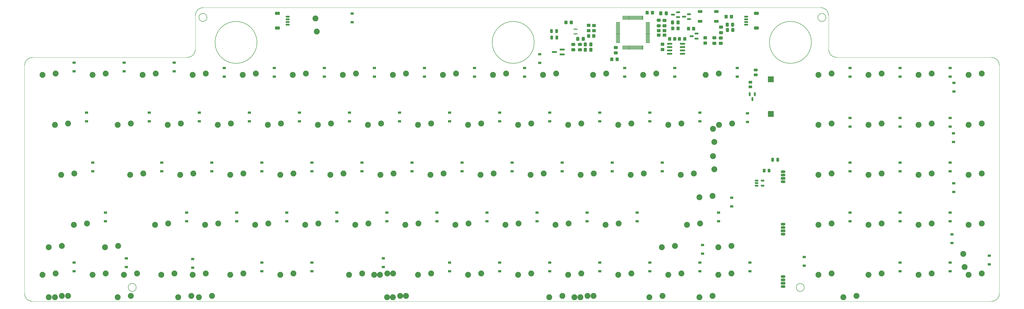
<source format=gbr>
%TF.GenerationSoftware,KiCad,Pcbnew,(6.99.0-5337-gc57e6db79a-dirty)*%
%TF.CreationDate,2023-01-28T12:02:04-05:00*%
%TF.ProjectId,m0116,6d303131-362e-46b6-9963-61645f706362,rev?*%
%TF.SameCoordinates,Original*%
%TF.FileFunction,Soldermask,Bot*%
%TF.FilePolarity,Negative*%
%FSLAX46Y46*%
G04 Gerber Fmt 4.6, Leading zero omitted, Abs format (unit mm)*
G04 Created by KiCad (PCBNEW (6.99.0-5337-gc57e6db79a-dirty)) date 2023-01-28 12:02:04*
%MOMM*%
%LPD*%
G01*
G04 APERTURE LIST*
G04 Aperture macros list*
%AMRoundRect*
0 Rectangle with rounded corners*
0 $1 Rounding radius*
0 $2 $3 $4 $5 $6 $7 $8 $9 X,Y pos of 4 corners*
0 Add a 4 corners polygon primitive as box body*
4,1,4,$2,$3,$4,$5,$6,$7,$8,$9,$2,$3,0*
0 Add four circle primitives for the rounded corners*
1,1,$1+$1,$2,$3*
1,1,$1+$1,$4,$5*
1,1,$1+$1,$6,$7*
1,1,$1+$1,$8,$9*
0 Add four rect primitives between the rounded corners*
20,1,$1+$1,$2,$3,$4,$5,0*
20,1,$1+$1,$4,$5,$6,$7,0*
20,1,$1+$1,$6,$7,$8,$9,0*
20,1,$1+$1,$8,$9,$2,$3,0*%
G04 Aperture macros list end*
%ADD10C,2.250000*%
%ADD11O,1.800000X1.070000*%
%ADD12R,1.800000X1.070000*%
%ADD13RoundRect,0.250000X0.475000X-0.337500X0.475000X0.337500X-0.475000X0.337500X-0.475000X-0.337500X0*%
%ADD14RoundRect,0.250000X0.337500X0.475000X-0.337500X0.475000X-0.337500X-0.475000X0.337500X-0.475000X0*%
%ADD15RoundRect,0.250000X-0.325000X-0.450000X0.325000X-0.450000X0.325000X0.450000X-0.325000X0.450000X0*%
%ADD16R,1.200000X0.900000*%
%ADD17RoundRect,0.250000X-0.250000X-0.475000X0.250000X-0.475000X0.250000X0.475000X-0.250000X0.475000X0*%
%ADD18RoundRect,0.250000X-0.337500X-0.475000X0.337500X-0.475000X0.337500X0.475000X-0.337500X0.475000X0*%
%ADD19R,1.800000X1.100000*%
%ADD20RoundRect,0.150000X-0.625000X0.150000X-0.625000X-0.150000X0.625000X-0.150000X0.625000X0.150000X0*%
%ADD21RoundRect,0.250000X-0.650000X0.350000X-0.650000X-0.350000X0.650000X-0.350000X0.650000X0.350000X0*%
%ADD22RoundRect,0.150000X0.587500X0.150000X-0.587500X0.150000X-0.587500X-0.150000X0.587500X-0.150000X0*%
%ADD23RoundRect,0.250000X-0.350000X-0.450000X0.350000X-0.450000X0.350000X0.450000X-0.350000X0.450000X0*%
%ADD24RoundRect,0.250000X0.250000X0.475000X-0.250000X0.475000X-0.250000X-0.475000X0.250000X-0.475000X0*%
%ADD25RoundRect,0.250000X-0.450000X0.350000X-0.450000X-0.350000X0.450000X-0.350000X0.450000X0.350000X0*%
%ADD26RoundRect,0.250000X0.450000X-0.350000X0.450000X0.350000X-0.450000X0.350000X-0.450000X-0.350000X0*%
%ADD27RoundRect,0.075000X0.700000X0.075000X-0.700000X0.075000X-0.700000X-0.075000X0.700000X-0.075000X0*%
%ADD28RoundRect,0.075000X0.075000X0.700000X-0.075000X0.700000X-0.075000X-0.700000X0.075000X-0.700000X0*%
%ADD29RoundRect,0.150000X-0.512500X-0.150000X0.512500X-0.150000X0.512500X0.150000X-0.512500X0.150000X0*%
%ADD30RoundRect,0.150000X0.825000X0.150000X-0.825000X0.150000X-0.825000X-0.150000X0.825000X-0.150000X0*%
%ADD31RoundRect,0.250000X-0.475000X0.337500X-0.475000X-0.337500X0.475000X-0.337500X0.475000X0.337500X0*%
%ADD32RoundRect,0.250000X0.475000X-0.250000X0.475000X0.250000X-0.475000X0.250000X-0.475000X-0.250000X0*%
%ADD33RoundRect,0.250000X0.350000X0.450000X-0.350000X0.450000X-0.350000X-0.450000X0.350000X-0.450000X0*%
%ADD34R,1.400000X1.200000*%
%ADD35RoundRect,0.250000X0.450000X-0.262500X0.450000X0.262500X-0.450000X0.262500X-0.450000X-0.262500X0*%
%ADD36R,2.200000X2.200000*%
%ADD37R,1.900000X0.800000*%
%ADD38RoundRect,0.150000X0.625000X-0.150000X0.625000X0.150000X-0.625000X0.150000X-0.625000X-0.150000X0*%
%ADD39RoundRect,0.250000X0.650000X-0.350000X0.650000X0.350000X-0.650000X0.350000X-0.650000X-0.350000X0*%
%ADD40RoundRect,0.150000X-0.150000X0.587500X-0.150000X-0.587500X0.150000X-0.587500X0.150000X0.587500X0*%
%ADD41R,0.375000X0.500000*%
%ADD42R,0.300000X0.650000*%
%ADD43RoundRect,0.250000X0.262500X0.450000X-0.262500X0.450000X-0.262500X-0.450000X0.262500X-0.450000X0*%
%TA.AperFunction,Profile*%
%ADD44C,0.150000*%
%TD*%
%TA.AperFunction,Profile*%
%ADD45C,0.050000*%
%TD*%
%TA.AperFunction,Profile*%
%ADD46C,0.200000*%
%TD*%
G04 APERTURE END LIST*
D10*
%TO.C,SW_SP2_5*%
X139250000Y-120865000D03*
X144250000Y-120365000D03*
%TD*%
%TO.C,SW_LALT_4*%
X67500000Y-128865000D03*
X62500000Y-129365000D03*
%TD*%
D11*
%TO.C,LED1*%
X292689999Y-122804999D03*
X292689999Y-125344999D03*
D12*
X292689999Y-124074999D03*
D11*
X292689999Y-121534999D03*
%TD*%
%TO.C,LED2*%
X292689999Y-102804999D03*
X292689999Y-105344999D03*
D12*
X292689999Y-104074999D03*
D11*
X292689999Y-101534999D03*
%TD*%
%TO.C,LED3*%
X292689999Y-82804999D03*
X292689999Y-85344999D03*
D12*
X292689999Y-84074999D03*
D11*
X292689999Y-81534999D03*
%TD*%
D10*
%TO.C,SW_LGUI_1*%
X56063750Y-120865000D03*
X61063750Y-120365000D03*
%TD*%
%TO.C,SW_L_1*%
X196557500Y-82765000D03*
X201557500Y-82265000D03*
%TD*%
%TO.C,SW_TAB_1*%
X15582500Y-63715000D03*
X20582500Y-63215000D03*
%TD*%
%TO.C,SW_KPMINUS_1*%
X363245000Y-82765000D03*
X368245000Y-82265000D03*
%TD*%
%TO.C,SW_KP7_1*%
X306095000Y-63715000D03*
X311095000Y-63215000D03*
%TD*%
%TO.C,SW_RALT_1*%
X172745000Y-120865000D03*
X177745000Y-120365000D03*
%TD*%
%TO.C,SW_UPX_2*%
X272995000Y-109815000D03*
X267995000Y-110315000D03*
%TD*%
%TO.C,SW_SP2_2*%
X149170000Y-128865000D03*
X144170000Y-129365000D03*
%TD*%
%TO.C,SW_9_1*%
X182270000Y-44665000D03*
X187270000Y-44165000D03*
%TD*%
%TO.C,SW_SP2_3*%
X137026250Y-120865000D03*
X142026250Y-120365000D03*
%TD*%
%TO.C,SW_KP4_1*%
X306095000Y-82765000D03*
X311095000Y-82265000D03*
%TD*%
%TO.C,SW_BACKSL_2*%
X268250000Y-63715000D03*
X273250000Y-63215000D03*
%TD*%
%TO.C,SW_1_1*%
X29870000Y-44665000D03*
X34870000Y-44165000D03*
%TD*%
%TO.C,SW_EQ_1*%
X239420000Y-44665000D03*
X244420000Y-44165000D03*
%TD*%
%TO.C,SW_BACKSL_1*%
X266495000Y-70215000D03*
X265995000Y-65215000D03*
%TD*%
%TO.C,SW_POW_1*%
X115220000Y-28165000D03*
X114720000Y-23165000D03*
%TD*%
%TO.C,SW_ENTER_2*%
X266495000Y-80615000D03*
X265995000Y-75615000D03*
%TD*%
%TO.C,SW_LCTRL_3*%
X18201250Y-128865000D03*
X13201250Y-129365000D03*
%TD*%
%TO.C,SW_KPPLUS_1*%
X363245000Y-63715000D03*
X368245000Y-63215000D03*
%TD*%
%TO.C,SW_Y_1*%
X134645000Y-63715000D03*
X139645000Y-63215000D03*
%TD*%
%TO.C,SW_F_1*%
X101307500Y-82765000D03*
X106307500Y-82265000D03*
%TD*%
%TO.C,SW_V_1*%
X110832500Y-101815000D03*
X115832500Y-101315000D03*
%TD*%
%TO.C,SW_X_1*%
X72732500Y-101815000D03*
X77732500Y-101315000D03*
%TD*%
%TO.C,SW_B_1*%
X129882500Y-101815000D03*
X134882500Y-101315000D03*
%TD*%
%TO.C,SW_KP2_1*%
X325145000Y-101815000D03*
X330145000Y-101315000D03*
%TD*%
%TO.C,SW_2_1*%
X48920000Y-44665000D03*
X53920000Y-44165000D03*
%TD*%
%TO.C,SW_COMMA_1*%
X187032500Y-101815000D03*
X192032500Y-101315000D03*
%TD*%
%TO.C,SW_KPENT_2*%
X361745000Y-117840000D03*
X361245000Y-112840000D03*
%TD*%
%TO.C,SW_E_1*%
X77495000Y-63715000D03*
X82495000Y-63215000D03*
%TD*%
%TO.C,SW_ENTER_3*%
X253707500Y-82765000D03*
X258707500Y-82265000D03*
%TD*%
%TO.C,SW_U_1*%
X153695000Y-63715000D03*
X158695000Y-63215000D03*
%TD*%
%TO.C,SW_J_1*%
X158457500Y-82765000D03*
X163457500Y-82265000D03*
%TD*%
%TO.C,SW_APOS_1*%
X234657500Y-82765000D03*
X239657500Y-82265000D03*
%TD*%
%TO.C,SW_LALT_3*%
X75351250Y-128865000D03*
X70351250Y-129365000D03*
%TD*%
%TO.C,SW_M_1*%
X167982500Y-101815000D03*
X172982500Y-101315000D03*
%TD*%
%TO.C,SW_SP2_4*%
X147000000Y-128865000D03*
X142000000Y-129365000D03*
%TD*%
%TO.C,SW_W_1*%
X58445000Y-63715000D03*
X63445000Y-63215000D03*
%TD*%
%TO.C,SW_CCTRL_1*%
X17963750Y-82765000D03*
X22963750Y-82265000D03*
%TD*%
%TO.C,SW_5_1*%
X106070000Y-44665000D03*
X111070000Y-44165000D03*
%TD*%
%TO.C,SW_LCTRL_2*%
X29870000Y-120865000D03*
X34870000Y-120365000D03*
%TD*%
%TO.C,SW_LALT_1*%
X82257500Y-120865000D03*
X87257500Y-120365000D03*
%TD*%
%TO.C,SW_RGUI_1*%
X191795000Y-120865000D03*
X196795000Y-120365000D03*
%TD*%
%TO.C,SW_RSUP1_1*%
X229895000Y-120865000D03*
X234895000Y-120365000D03*
%TD*%
%TO.C,SW_S_1*%
X63207500Y-82765000D03*
X68207500Y-82265000D03*
%TD*%
%TO.C,SW_RALT_4*%
X220500000Y-128865000D03*
X215500000Y-129365000D03*
%TD*%
%TO.C,SW_LSH_1*%
X22726250Y-101815000D03*
X27726250Y-101315000D03*
%TD*%
%TO.C,SW_R_1*%
X96545000Y-63715000D03*
X101545000Y-63215000D03*
%TD*%
%TO.C,SW_D_1*%
X82257500Y-82765000D03*
X87257500Y-82265000D03*
%TD*%
%TO.C,SW_P_1*%
X210845000Y-63715000D03*
X215845000Y-63215000D03*
%TD*%
%TO.C,SW_C_1*%
X91782500Y-101815000D03*
X96782500Y-101315000D03*
%TD*%
%TO.C,SW_O_1*%
X191795000Y-63715000D03*
X196795000Y-63215000D03*
%TD*%
%TO.C,SW_RSH_2*%
X251563750Y-109815000D03*
X246563750Y-110315000D03*
%TD*%
%TO.C,SW_RALT_2*%
X218226250Y-128865000D03*
X213226250Y-129365000D03*
%TD*%
%TO.C,SW_ESC_1*%
X10820000Y-44665000D03*
X15820000Y-44165000D03*
%TD*%
%TO.C,SW_0_1*%
X201320000Y-44665000D03*
X206320000Y-44165000D03*
%TD*%
%TO.C,SW_LALT_2*%
X67970000Y-120865000D03*
X72970000Y-120365000D03*
%TD*%
%TO.C,SW_KPEQ_1*%
X325145000Y-44665000D03*
X330145000Y-44165000D03*
%TD*%
%TO.C,SW_BS_1*%
X263232500Y-44665000D03*
X268232500Y-44165000D03*
%TD*%
%TO.C,SW_KP9_1*%
X344195000Y-63715000D03*
X349195000Y-63215000D03*
%TD*%
%TO.C,SW_K_1*%
X177507500Y-82765000D03*
X182507500Y-82265000D03*
%TD*%
%TO.C,SW_Q_1*%
X39395000Y-63715000D03*
X44395000Y-63215000D03*
%TD*%
%TO.C,SW_LSH_2*%
X18201250Y-109815000D03*
X13201250Y-110315000D03*
%TD*%
%TO.C,SW_LBRC_1*%
X229895000Y-63715000D03*
X234895000Y-63215000D03*
%TD*%
%TO.C,SW_MINUS_1*%
X220370000Y-44665000D03*
X225370000Y-44165000D03*
%TD*%
%TO.C,SW_RSUP3_1*%
X267995000Y-120865000D03*
X272995000Y-120365000D03*
%TD*%
%TO.C,SW_KPPER_1*%
X344195000Y-120865000D03*
X349195000Y-120365000D03*
%TD*%
%TO.C,SW_Z_1*%
X53682500Y-101815000D03*
X58682500Y-101315000D03*
%TD*%
%TO.C,SW_RALT_3*%
X208701250Y-128865000D03*
X203701250Y-129365000D03*
%TD*%
%TO.C,SW_A_1*%
X44157500Y-82765000D03*
X49157500Y-82265000D03*
%TD*%
%TO.C,SW_KPENTX_1*%
X363245000Y-101815000D03*
X368245000Y-101315000D03*
%TD*%
%TO.C,SW_KPMULT_1*%
X363245000Y-44665000D03*
X368245000Y-44165000D03*
%TD*%
%TO.C,SW_KP5_1*%
X325145000Y-82765000D03*
X330145000Y-82265000D03*
%TD*%
%TO.C,SW_LCTRL_1*%
X20582500Y-128865000D03*
X15582500Y-129365000D03*
%TD*%
%TO.C,SW_RGUI_2*%
X246801250Y-128865000D03*
X241801250Y-129365000D03*
%TD*%
%TO.C,SW_KP1_1*%
X306095000Y-101815000D03*
X311095000Y-101315000D03*
%TD*%
%TO.C,SW_LGUI_2*%
X41776250Y-120865000D03*
X46776250Y-120365000D03*
%TD*%
%TO.C,SW_ENTER_1*%
X265851250Y-90765000D03*
X260851250Y-91265000D03*
%TD*%
%TO.C,SW_KPDIV_1*%
X344195000Y-44665000D03*
X349195000Y-44165000D03*
%TD*%
%TO.C,SW_H_1*%
X139407500Y-82765000D03*
X144407500Y-82265000D03*
%TD*%
%TO.C,SW_8_1*%
X163220000Y-44665000D03*
X168220000Y-44165000D03*
%TD*%
%TO.C,SW_T_1*%
X115595000Y-63715000D03*
X120595000Y-63215000D03*
%TD*%
%TO.C,SW_N_1*%
X148932500Y-101815000D03*
X153932500Y-101315000D03*
%TD*%
%TO.C,SW_RBRC_1*%
X248945000Y-63715000D03*
X253945000Y-63215000D03*
%TD*%
%TO.C,SW_CAPS_2*%
X39632500Y-109815000D03*
X34632500Y-110315000D03*
%TD*%
%TO.C,SW_KP0_1*%
X306095000Y-120865000D03*
X311095000Y-120365000D03*
%TD*%
%TO.C,SW_KP3_1*%
X344195000Y-101815000D03*
X349195000Y-101315000D03*
%TD*%
%TO.C,SW_SP3_1*%
X153695000Y-120865000D03*
X158695000Y-120365000D03*
%TD*%
%TO.C,SW_SP1_1*%
X101307500Y-120865000D03*
X106307500Y-120365000D03*
%TD*%
%TO.C,SW_4_1*%
X87020000Y-44665000D03*
X92020000Y-44165000D03*
%TD*%
%TO.C,SW_7_1*%
X144170000Y-44665000D03*
X149170000Y-44165000D03*
%TD*%
%TO.C,SW_RCTRL_2*%
X265851250Y-128865000D03*
X260851250Y-129365000D03*
%TD*%
%TO.C,SW_SLASH_1*%
X225132500Y-101815000D03*
X230132500Y-101315000D03*
%TD*%
%TO.C,SW_6_1*%
X125120000Y-44665000D03*
X130120000Y-44165000D03*
%TD*%
%TO.C,SW_CAPS_1*%
X10820000Y-120865000D03*
X15820000Y-120365000D03*
%TD*%
%TO.C,SW_RSUP2_1*%
X248945000Y-120865000D03*
X253945000Y-120365000D03*
%TD*%
%TO.C,SW_3_1*%
X67970000Y-44665000D03*
X72970000Y-44165000D03*
%TD*%
%TO.C,SW_KPENT_1*%
X363245000Y-120865000D03*
X368245000Y-120365000D03*
%TD*%
%TO.C,SW_KP0_2*%
X320620000Y-128865000D03*
X315620000Y-129365000D03*
%TD*%
%TO.C,SW_KP0X_1*%
X325145000Y-120865000D03*
X330145000Y-120365000D03*
%TD*%
%TO.C,SW_PER_1*%
X206082500Y-101815000D03*
X211082500Y-101315000D03*
%TD*%
%TO.C,SW_SP2_1*%
X127501250Y-120865000D03*
X132501250Y-120365000D03*
%TD*%
%TO.C,SW_KPCLR_1*%
X306095000Y-44665000D03*
X311095000Y-44165000D03*
%TD*%
%TO.C,SW_COLON_1*%
X215607500Y-82765000D03*
X220607500Y-82265000D03*
%TD*%
%TO.C,SW_RCTRL_1*%
X210845000Y-120865000D03*
X215845000Y-120365000D03*
%TD*%
%TO.C,SW_G_1*%
X120357500Y-82765000D03*
X125357500Y-82265000D03*
%TD*%
%TO.C,SW_I_1*%
X172745000Y-63715000D03*
X177745000Y-63215000D03*
%TD*%
%TO.C,SW_KP6_1*%
X344195000Y-82765000D03*
X349195000Y-82265000D03*
%TD*%
%TO.C,SW_LGUI_3*%
X44395000Y-128865000D03*
X39395000Y-129365000D03*
%TD*%
%TO.C,SW_KP8_1*%
X325145000Y-63715000D03*
X330145000Y-63215000D03*
%TD*%
%TO.C,SW_RSH_1*%
X256088750Y-101815000D03*
X261088750Y-101315000D03*
%TD*%
D13*
%TO.C,C8*%
X269071751Y-28537500D03*
X269071751Y-26462500D03*
%TD*%
D14*
%TO.C,C10*%
X219495000Y-35110000D03*
X217420000Y-35110000D03*
%TD*%
D15*
%TO.C,FB1*%
X210036751Y-24687500D03*
X212086751Y-24687500D03*
%TD*%
D16*
%TO.C,D32*%
X275257499Y-42014999D03*
X275257499Y-45314999D03*
%TD*%
%TO.C,D61*%
X94282499Y-78114999D03*
X94282499Y-81414999D03*
%TD*%
%TO.C,D104*%
X22844999Y-116214999D03*
X22844999Y-119514999D03*
%TD*%
%TO.C,D6*%
X165719999Y-116214999D03*
X165719999Y-119514999D03*
%TD*%
D17*
%TO.C,C16*%
X288715000Y-76990000D03*
X290615000Y-76990000D03*
%TD*%
D18*
%TO.C,C14*%
X271411751Y-25522500D03*
X273486751Y-25522500D03*
%TD*%
D16*
%TO.C,D99*%
X140499999Y-114599999D03*
X140499999Y-117899999D03*
%TD*%
D19*
%TO.C,SW1*%
X261051750Y-24227499D03*
X267251750Y-20527499D03*
X261051750Y-20527499D03*
X267251750Y-24227499D03*
%TD*%
D20*
%TO.C,J3*%
X278625000Y-22500000D03*
X278625000Y-23500000D03*
X278625000Y-24500000D03*
X278625000Y-25500000D03*
D21*
X282500000Y-21200000D03*
X282500000Y-26800000D03*
%TD*%
D22*
%TO.C,Q3*%
X252671751Y-20737500D03*
X252671751Y-22637500D03*
X250796751Y-21687500D03*
%TD*%
D23*
%TO.C,R16*%
X218651751Y-29797500D03*
X220651751Y-29797500D03*
%TD*%
D16*
%TO.C,D105*%
X141907499Y-97164999D03*
X141907499Y-100464999D03*
%TD*%
%TO.C,D70*%
X273099999Y-91499999D03*
X273099999Y-94799999D03*
%TD*%
%TO.C,D48*%
X203819999Y-59064999D03*
X203819999Y-62364999D03*
%TD*%
D24*
%TO.C,C18*%
X206550000Y-30450000D03*
X204650000Y-30450000D03*
%TD*%
D16*
%TO.C,D74*%
X356219999Y-97164999D03*
X356219999Y-100464999D03*
%TD*%
%TO.C,D93*%
X371199999Y-113519999D03*
X371199999Y-116819999D03*
%TD*%
%TO.C,D75*%
X356939999Y-105419999D03*
X356939999Y-108719999D03*
%TD*%
D22*
%TO.C,Q1*%
X256861751Y-21487500D03*
X256861751Y-23387500D03*
X254986751Y-22437500D03*
%TD*%
D16*
%TO.C,D20*%
X41894999Y-40014999D03*
X41894999Y-43314999D03*
%TD*%
%TO.C,D87*%
X237157499Y-97164999D03*
X237157499Y-100464999D03*
%TD*%
D14*
%TO.C,C19*%
X248211751Y-21172500D03*
X246136751Y-21172500D03*
%TD*%
D16*
%TO.C,D40*%
X51419999Y-59064999D03*
X51419999Y-62364999D03*
%TD*%
%TO.C,D63*%
X132382499Y-78114999D03*
X132382499Y-81414999D03*
%TD*%
%TO.C,D28*%
X194294999Y-42014999D03*
X194294999Y-45314999D03*
%TD*%
%TO.C,D25*%
X137144999Y-42014999D03*
X137144999Y-45314999D03*
%TD*%
%TO.C,D96*%
X42749999Y-114599999D03*
X42749999Y-117899999D03*
%TD*%
%TO.C,D29*%
X200029999Y-36799999D03*
X200029999Y-40099999D03*
%TD*%
D23*
%TO.C,R9*%
X256661751Y-27022500D03*
X258661751Y-27022500D03*
%TD*%
D16*
%TO.C,D80*%
X103807499Y-97164999D03*
X103807499Y-100464999D03*
%TD*%
%TO.C,D43*%
X108569999Y-59064999D03*
X108569999Y-62364999D03*
%TD*%
%TO.C,D52*%
X318119999Y-61064999D03*
X318119999Y-64364999D03*
%TD*%
%TO.C,D65*%
X170482499Y-78114999D03*
X170482499Y-81414999D03*
%TD*%
%TO.C,D73*%
X337169999Y-78114999D03*
X337169999Y-81414999D03*
%TD*%
%TO.C,D12*%
X279149999Y-59289999D03*
X279149999Y-62589999D03*
%TD*%
%TO.C,D89*%
X261999999Y-109499999D03*
X261999999Y-112799999D03*
%TD*%
%TO.C,D35*%
X356219999Y-42014999D03*
X356219999Y-45314999D03*
%TD*%
D13*
%TO.C,C22*%
X229000000Y-36287500D03*
X229000000Y-34212500D03*
%TD*%
D16*
%TO.C,D60*%
X75232499Y-78114999D03*
X75232499Y-81414999D03*
%TD*%
%TO.C,D59*%
X56182499Y-78114999D03*
X56182499Y-81414999D03*
%TD*%
%TO.C,D102*%
X260969999Y-116214999D03*
X260969999Y-119514999D03*
%TD*%
D25*
%TO.C,R2*%
X263072500Y-30507500D03*
X263072500Y-32507500D03*
%TD*%
D22*
%TO.C,Q2*%
X259711751Y-28922500D03*
X259711751Y-30822500D03*
X257836751Y-29872500D03*
%TD*%
D13*
%TO.C,C23*%
X245311751Y-25915000D03*
X245311751Y-23840000D03*
%TD*%
D16*
%TO.C,D100*%
X203819999Y-116214999D03*
X203819999Y-119514999D03*
%TD*%
D23*
%TO.C,R17*%
X227500000Y-38750000D03*
X229500000Y-38750000D03*
%TD*%
D16*
%TO.C,D19*%
X22844999Y-40014999D03*
X22844999Y-43314999D03*
%TD*%
%TO.C,D42*%
X89519999Y-59064999D03*
X89519999Y-62364999D03*
%TD*%
D13*
%TO.C,C15*%
X268942500Y-32640000D03*
X268942500Y-30565000D03*
%TD*%
D26*
%TO.C,R14*%
X218661751Y-27797500D03*
X218661751Y-25797500D03*
%TD*%
D16*
%TO.C,D97*%
X67999999Y-114849999D03*
X67999999Y-118149999D03*
%TD*%
%TO.C,D8*%
X222869999Y-116214999D03*
X222869999Y-119514999D03*
%TD*%
D27*
%TO.C,U3*%
X241211751Y-24772500D03*
X241211751Y-25272500D03*
X241211751Y-25772500D03*
X241211751Y-26272500D03*
X241211751Y-26772500D03*
X241211751Y-27272500D03*
X241211751Y-27772500D03*
X241211751Y-28272500D03*
X241211751Y-28772500D03*
X241211751Y-29272500D03*
X241211751Y-29772500D03*
X241211751Y-30272500D03*
X241211751Y-30772500D03*
X241211751Y-31272500D03*
X241211751Y-31772500D03*
X241211751Y-32272500D03*
D28*
X239286751Y-34197500D03*
X238786751Y-34197500D03*
X238286751Y-34197500D03*
X237786751Y-34197500D03*
X237286751Y-34197500D03*
X236786751Y-34197500D03*
X236286751Y-34197500D03*
X235786751Y-34197500D03*
X235286751Y-34197500D03*
X234786751Y-34197500D03*
X234286751Y-34197500D03*
X233786751Y-34197500D03*
X233286751Y-34197500D03*
X232786751Y-34197500D03*
X232286751Y-34197500D03*
X231786751Y-34197500D03*
D27*
X229861751Y-32272500D03*
X229861751Y-31772500D03*
X229861751Y-31272500D03*
X229861751Y-30772500D03*
X229861751Y-30272500D03*
X229861751Y-29772500D03*
X229861751Y-29272500D03*
X229861751Y-28772500D03*
X229861751Y-28272500D03*
X229861751Y-27772500D03*
X229861751Y-27272500D03*
X229861751Y-26772500D03*
X229861751Y-26272500D03*
X229861751Y-25772500D03*
X229861751Y-25272500D03*
X229861751Y-24772500D03*
D28*
X231786751Y-22847500D03*
X232286751Y-22847500D03*
X232786751Y-22847500D03*
X233286751Y-22847500D03*
X233786751Y-22847500D03*
X234286751Y-22847500D03*
X234786751Y-22847500D03*
X235286751Y-22847500D03*
X235786751Y-22847500D03*
X236286751Y-22847500D03*
X236786751Y-22847500D03*
X237286751Y-22847500D03*
X237786751Y-22847500D03*
X238286751Y-22847500D03*
X238786751Y-22847500D03*
X239286751Y-22847500D03*
%TD*%
D16*
%TO.C,D84*%
X180007499Y-97164999D03*
X180007499Y-100464999D03*
%TD*%
%TO.C,D81*%
X122857499Y-97164999D03*
X122857499Y-100464999D03*
%TD*%
%TO.C,D106*%
X280019999Y-116214999D03*
X280019999Y-119514999D03*
%TD*%
%TO.C,D27*%
X175244999Y-42014999D03*
X175244999Y-45314999D03*
%TD*%
D23*
%TO.C,R11*%
X249450000Y-30897500D03*
X251450000Y-30897500D03*
%TD*%
D13*
%TO.C,C1*%
X266542500Y-32602500D03*
X266542500Y-30527500D03*
%TD*%
D16*
%TO.C,D53*%
X356219999Y-61064999D03*
X356219999Y-64364999D03*
%TD*%
%TO.C,D82*%
X128649999Y-21279999D03*
X128649999Y-24579999D03*
%TD*%
%TO.C,D57*%
X29988749Y-78114999D03*
X29988749Y-81414999D03*
%TD*%
D29*
%TO.C,U2*%
X282615000Y-86850000D03*
X282615000Y-85900000D03*
X282615000Y-84950000D03*
X284890000Y-84950000D03*
X284890000Y-86850000D03*
%TD*%
D30*
%TO.C,U4*%
X254400000Y-32757500D03*
X254400000Y-34027500D03*
X254400000Y-35297500D03*
X254400000Y-36567500D03*
X249450000Y-36567500D03*
X249450000Y-35297500D03*
X249450000Y-34027500D03*
X249450000Y-32757500D03*
%TD*%
D16*
%TO.C,D16*%
X357659999Y-47659999D03*
X357659999Y-50959999D03*
%TD*%
D25*
%TO.C,R10*%
X246750000Y-32975000D03*
X246750000Y-34975000D03*
%TD*%
D16*
%TO.C,D45*%
X146669999Y-59064999D03*
X146669999Y-62364999D03*
%TD*%
%TO.C,D54*%
X356219999Y-78114999D03*
X356219999Y-81414999D03*
%TD*%
%TO.C,D49*%
X222869999Y-59064999D03*
X222869999Y-62364999D03*
%TD*%
D31*
%TO.C,C12*%
X212841751Y-33012500D03*
X212841751Y-35087500D03*
%TD*%
D16*
%TO.C,D86*%
X218107499Y-97164999D03*
X218107499Y-100464999D03*
%TD*%
%TO.C,D72*%
X318119999Y-78114999D03*
X318119999Y-81414999D03*
%TD*%
D14*
%TO.C,C11*%
X219487500Y-33040000D03*
X217412500Y-33040000D03*
%TD*%
D16*
%TO.C,D41*%
X70469999Y-59064999D03*
X70469999Y-62364999D03*
%TD*%
%TO.C,D85*%
X199057499Y-97164999D03*
X199057499Y-100464999D03*
%TD*%
%TO.C,D46*%
X165719999Y-59064999D03*
X165719999Y-62364999D03*
%TD*%
D26*
%TO.C,R12*%
X220686751Y-27822500D03*
X220686751Y-25822500D03*
%TD*%
D16*
%TO.C,D68*%
X227632499Y-78114999D03*
X227632499Y-81414999D03*
%TD*%
D23*
%TO.C,R5*%
X240961751Y-20972500D03*
X242961751Y-20972500D03*
%TD*%
D16*
%TO.C,D103*%
X337169999Y-116214999D03*
X337169999Y-119514999D03*
%TD*%
%TO.C,D33*%
X318119999Y-42014999D03*
X318119999Y-45314999D03*
%TD*%
D13*
%TO.C,C24*%
X247531751Y-25932500D03*
X247531751Y-23857500D03*
%TD*%
D16*
%TO.C,D2*%
X113332499Y-116214999D03*
X113332499Y-119514999D03*
%TD*%
%TO.C,D109*%
X337169999Y-61064999D03*
X337169999Y-64364999D03*
%TD*%
%TO.C,D91*%
X318119999Y-97164999D03*
X318119999Y-100464999D03*
%TD*%
D18*
%TO.C,C3*%
X214534251Y-30905000D03*
X216609251Y-30905000D03*
%TD*%
D16*
%TO.C,D51*%
X260969999Y-59064999D03*
X260969999Y-62364999D03*
%TD*%
%TO.C,D55*%
X357589999Y-85999999D03*
X357589999Y-89299999D03*
%TD*%
D32*
%TO.C,C21*%
X282300000Y-44650000D03*
X282300000Y-42750000D03*
%TD*%
D16*
%TO.C,D31*%
X251444999Y-42014999D03*
X251444999Y-45314999D03*
%TD*%
%TO.C,D66*%
X189532499Y-78114999D03*
X189532499Y-81414999D03*
%TD*%
D33*
%TO.C,R8*%
X255250000Y-30897500D03*
X253250000Y-30897500D03*
%TD*%
D34*
%TO.C,Y1*%
X245311750Y-27787499D03*
X247511750Y-27787499D03*
X247511750Y-29487499D03*
X245311750Y-29487499D03*
%TD*%
D23*
%TO.C,R15*%
X271000000Y-22500000D03*
X273000000Y-22500000D03*
%TD*%
D24*
%TO.C,C17*%
X206450000Y-28000000D03*
X204550000Y-28000000D03*
%TD*%
D16*
%TO.C,D92*%
X337169999Y-97164999D03*
X337169999Y-100464999D03*
%TD*%
%TO.C,D79*%
X84757499Y-97164999D03*
X84757499Y-100464999D03*
%TD*%
%TO.C,D67*%
X208582499Y-78114999D03*
X208582499Y-81414999D03*
%TD*%
D35*
%TO.C,R4*%
X280250000Y-49250000D03*
X280250000Y-47425000D03*
%TD*%
D16*
%TO.C,D50*%
X241919999Y-59064999D03*
X241919999Y-62364999D03*
%TD*%
%TO.C,D7*%
X184769999Y-116214999D03*
X184769999Y-119514999D03*
%TD*%
D36*
%TO.C,BUZ1*%
X287999999Y-46299999D03*
X287999999Y-59499999D03*
%TD*%
D16*
%TO.C,D98*%
X94282499Y-116214999D03*
X94282499Y-119514999D03*
%TD*%
D37*
%TO.C,U1*%
X208611750Y-34977499D03*
X208611750Y-36877499D03*
X205611750Y-35927499D03*
%TD*%
D16*
%TO.C,D23*%
X99044999Y-42014999D03*
X99044999Y-45314999D03*
%TD*%
%TO.C,D34*%
X337169999Y-42014999D03*
X337169999Y-45314999D03*
%TD*%
%TO.C,D107*%
X300749999Y-114099999D03*
X300749999Y-117399999D03*
%TD*%
%TO.C,D101*%
X241919999Y-116214999D03*
X241919999Y-119514999D03*
%TD*%
D18*
%TO.C,C13*%
X271474251Y-27572500D03*
X273549251Y-27572500D03*
%TD*%
D16*
%TO.C,D1*%
X34751249Y-97164999D03*
X34751249Y-100464999D03*
%TD*%
D38*
%TO.C,J2*%
X104125000Y-25500000D03*
X104125000Y-24500000D03*
X104125000Y-23500000D03*
X104125000Y-22500000D03*
D39*
X100250000Y-26800000D03*
X100250000Y-21200000D03*
%TD*%
D40*
%TO.C,Q4*%
X280000000Y-52000000D03*
X281900000Y-52000000D03*
X280950000Y-53875000D03*
%TD*%
D16*
%TO.C,D36*%
X357559999Y-66929999D03*
X357559999Y-70229999D03*
%TD*%
%TO.C,D30*%
X232394999Y-42014999D03*
X232394999Y-45314999D03*
%TD*%
%TO.C,D26*%
X156194999Y-42014999D03*
X156194999Y-45314999D03*
%TD*%
%TO.C,D108*%
X356219999Y-116214999D03*
X356219999Y-119514999D03*
%TD*%
%TO.C,D24*%
X118094999Y-42014999D03*
X118094999Y-45314999D03*
%TD*%
%TO.C,D22*%
X79994999Y-42014999D03*
X79994999Y-45314999D03*
%TD*%
%TO.C,D83*%
X160957499Y-97164999D03*
X160957499Y-100464999D03*
%TD*%
%TO.C,D47*%
X184769999Y-59064999D03*
X184769999Y-62364999D03*
%TD*%
%TO.C,D78*%
X65707499Y-97164999D03*
X65707499Y-100464999D03*
%TD*%
%TO.C,D69*%
X246682499Y-78114999D03*
X246682499Y-81414999D03*
%TD*%
%TO.C,D44*%
X127619999Y-59064999D03*
X127619999Y-62364999D03*
%TD*%
%TO.C,D39*%
X27607499Y-59064999D03*
X27607499Y-62364999D03*
%TD*%
%TO.C,D21*%
X60944999Y-40014999D03*
X60944999Y-43314999D03*
%TD*%
%TO.C,D62*%
X113332499Y-78114999D03*
X113332499Y-81414999D03*
%TD*%
D14*
%TO.C,C20*%
X252701751Y-24667500D03*
X250626751Y-24667500D03*
%TD*%
D23*
%TO.C,R3*%
X250676751Y-26907500D03*
X252676751Y-26907500D03*
%TD*%
D41*
%TO.C,U5*%
X214224250Y-29004999D03*
D42*
X213686750Y-29079999D03*
D41*
X213149250Y-29004999D03*
X213149250Y-27304999D03*
D42*
X213686750Y-27229999D03*
D41*
X214224250Y-27304999D03*
%TD*%
D43*
%TO.C,R6*%
X287327500Y-81140000D03*
X285502500Y-81140000D03*
%TD*%
D31*
%TO.C,C2*%
X215371751Y-33007500D03*
X215371751Y-35082500D03*
%TD*%
D16*
%TO.C,D64*%
X151432499Y-78114999D03*
X151432499Y-81414999D03*
%TD*%
%TO.C,D88*%
X268113749Y-97164999D03*
X268113749Y-100464999D03*
%TD*%
D44*
X372000000Y-131000000D02*
G75*
G03*
X375000000Y-128000000I0J3000000D01*
G01*
X4000000Y-128000000D02*
G75*
G03*
X7000000Y-131000000I3000000J0D01*
G01*
D45*
X7000000Y-131000000D02*
X372000000Y-131000000D01*
X375000000Y-128000000D02*
X375000000Y-41000000D01*
X4000000Y-41000000D02*
X4000000Y-128000000D01*
X307000000Y-19000000D02*
X72000000Y-19000000D01*
D46*
X303470000Y-32265000D02*
G75*
G03*
X303470000Y-32265000I-8000000J0D01*
G01*
X73394000Y-22755000D02*
G75*
G03*
X73394000Y-22755000I-1524000J0D01*
G01*
X308969000Y-22765000D02*
G75*
G03*
X308969000Y-22765000I-1524000J0D01*
G01*
D45*
X69000000Y-22000000D02*
X69000000Y-35000000D01*
D44*
X72000000Y-19000000D02*
G75*
G03*
X69000000Y-22000000I0J-3000000D01*
G01*
D45*
X372000000Y-38000000D02*
X313000000Y-38000000D01*
D46*
X46494000Y-125665000D02*
G75*
G03*
X46494000Y-125665000I-1524000J0D01*
G01*
X300719000Y-125665000D02*
G75*
G03*
X300719000Y-125665000I-1524000J0D01*
G01*
D44*
X66000000Y-38000000D02*
G75*
G03*
X69000000Y-35000000I0J3000000D01*
G01*
X375000000Y-41000000D02*
G75*
G03*
X372000000Y-38000000I-3000000J0D01*
G01*
X7000000Y-38000000D02*
G75*
G03*
X4000000Y-41000000I0J-3000000D01*
G01*
D46*
X197970000Y-32265000D02*
G75*
G03*
X197970000Y-32265000I-8000000J0D01*
G01*
D45*
X66000000Y-38000000D02*
X7000000Y-38000000D01*
D44*
X310000000Y-35000000D02*
G75*
G03*
X313000000Y-38000000I3000000J0D01*
G01*
D46*
X92470000Y-32265000D02*
G75*
G03*
X92470000Y-32265000I-8000000J0D01*
G01*
D44*
X310000000Y-22000000D02*
G75*
G03*
X307000000Y-19000000I-3000000J0D01*
G01*
D45*
X310000000Y-35000000D02*
X310000000Y-22000000D01*
X250550000Y-131000000D02*
X250550000Y-131000000D01*
M02*

</source>
